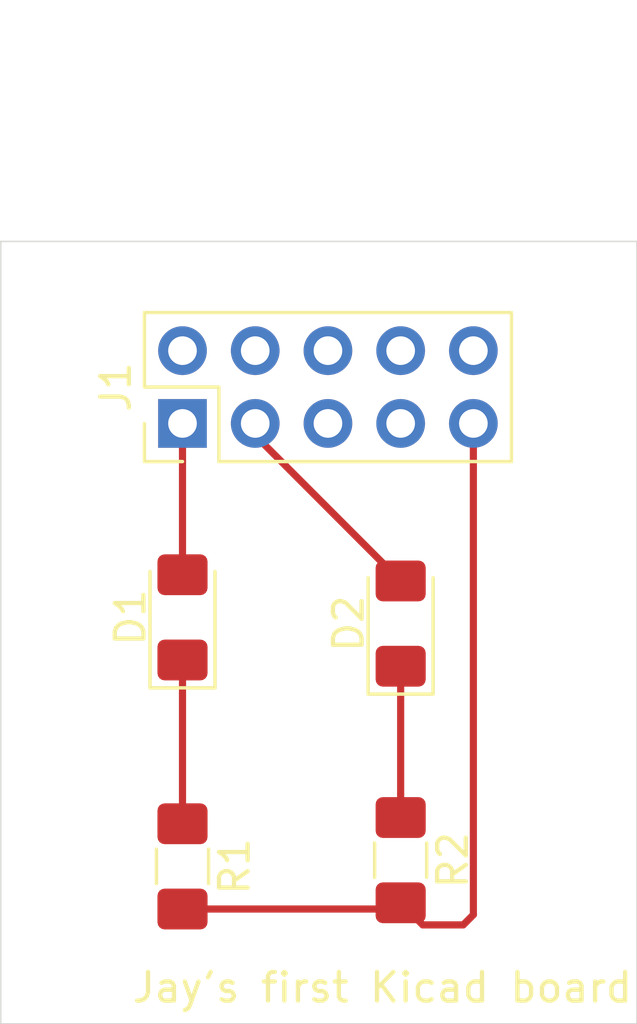
<source format=kicad_pcb>
(kicad_pcb (version 20171130) (host pcbnew "(5.1.2)-1")

  (general
    (thickness 1.6)
    (drawings 6)
    (tracks 12)
    (zones 0)
    (modules 5)
    (nets 13)
  )

  (page A4)
  (layers
    (0 F.Cu signal)
    (31 B.Cu signal)
    (32 B.Adhes user)
    (33 F.Adhes user)
    (34 B.Paste user)
    (35 F.Paste user)
    (36 B.SilkS user)
    (37 F.SilkS user)
    (38 B.Mask user)
    (39 F.Mask user)
    (40 Dwgs.User user)
    (41 Cmts.User user)
    (42 Eco1.User user)
    (43 Eco2.User user)
    (44 Edge.Cuts user)
    (45 Margin user)
    (46 B.CrtYd user)
    (47 F.CrtYd user)
    (48 B.Fab user)
    (49 F.Fab user)
  )

  (setup
    (last_trace_width 0.25)
    (trace_clearance 0.2)
    (zone_clearance 0.508)
    (zone_45_only no)
    (trace_min 0.2)
    (via_size 0.8)
    (via_drill 0.4)
    (via_min_size 0.4)
    (via_min_drill 0.3)
    (uvia_size 0.3)
    (uvia_drill 0.1)
    (uvias_allowed no)
    (uvia_min_size 0.2)
    (uvia_min_drill 0.1)
    (edge_width 0.05)
    (segment_width 0.2)
    (pcb_text_width 0.3)
    (pcb_text_size 1.5 1.5)
    (mod_edge_width 0.12)
    (mod_text_size 1 1)
    (mod_text_width 0.15)
    (pad_size 1.524 1.524)
    (pad_drill 0.762)
    (pad_to_mask_clearance 0.051)
    (solder_mask_min_width 0.25)
    (aux_axis_origin 0 0)
    (visible_elements 7FFFFFFF)
    (pcbplotparams
      (layerselection 0x010fc_ffffffff)
      (usegerberextensions false)
      (usegerberattributes false)
      (usegerberadvancedattributes false)
      (creategerberjobfile false)
      (excludeedgelayer true)
      (linewidth 0.100000)
      (plotframeref false)
      (viasonmask false)
      (mode 1)
      (useauxorigin false)
      (hpglpennumber 1)
      (hpglpenspeed 20)
      (hpglpendiameter 15.000000)
      (psnegative false)
      (psa4output false)
      (plotreference true)
      (plotvalue true)
      (plotinvisibletext false)
      (padsonsilk false)
      (subtractmaskfromsilk false)
      (outputformat 1)
      (mirror false)
      (drillshape 1)
      (scaleselection 1)
      (outputdirectory ""))
  )

  (net 0 "")
  (net 1 "Net-(D1-Pad1)")
  (net 2 "Net-(D1-Pad2)")
  (net 3 "Net-(D2-Pad2)")
  (net 4 "Net-(D2-Pad1)")
  (net 5 "Net-(J1-Pad2)")
  (net 6 "Net-(J1-Pad4)")
  (net 7 "Net-(J1-Pad5)")
  (net 8 "Net-(J1-Pad6)")
  (net 9 "Net-(J1-Pad7)")
  (net 10 "Net-(J1-Pad8)")
  (net 11 "Net-(J1-Pad9)")
  (net 12 "Net-(J1-Pad10)")

  (net_class Default "This is the default net class."
    (clearance 0.2)
    (trace_width 0.25)
    (via_dia 0.8)
    (via_drill 0.4)
    (uvia_dia 0.3)
    (uvia_drill 0.1)
    (add_net "Net-(D1-Pad1)")
    (add_net "Net-(D1-Pad2)")
    (add_net "Net-(D2-Pad1)")
    (add_net "Net-(D2-Pad2)")
    (add_net "Net-(J1-Pad10)")
    (add_net "Net-(J1-Pad2)")
    (add_net "Net-(J1-Pad4)")
    (add_net "Net-(J1-Pad5)")
    (add_net "Net-(J1-Pad6)")
    (add_net "Net-(J1-Pad7)")
    (add_net "Net-(J1-Pad8)")
    (add_net "Net-(J1-Pad9)")
  )

  (module LED_SMD:LED_1206_3216Metric_Pad1.42x1.75mm_HandSolder (layer F.Cu) (tedit 5B4B45C9) (tstamp 5CF633AB)
    (at 76.2 174.4075 90)
    (descr "LED SMD 1206 (3216 Metric), square (rectangular) end terminal, IPC_7351 nominal, (Body size source: http://www.tortai-tech.com/upload/download/2011102023233369053.pdf), generated with kicad-footprint-generator")
    (tags "LED handsolder")
    (path /5CF5D7C0)
    (attr smd)
    (fp_text reference D1 (at 0 -1.82 90) (layer F.SilkS)
      (effects (font (size 1 1) (thickness 0.15)))
    )
    (fp_text value LED (at 0 1.82 90) (layer F.Fab)
      (effects (font (size 1 1) (thickness 0.15)))
    )
    (fp_line (start 1.6 -0.8) (end -1.2 -0.8) (layer F.Fab) (width 0.1))
    (fp_line (start -1.2 -0.8) (end -1.6 -0.4) (layer F.Fab) (width 0.1))
    (fp_line (start -1.6 -0.4) (end -1.6 0.8) (layer F.Fab) (width 0.1))
    (fp_line (start -1.6 0.8) (end 1.6 0.8) (layer F.Fab) (width 0.1))
    (fp_line (start 1.6 0.8) (end 1.6 -0.8) (layer F.Fab) (width 0.1))
    (fp_line (start 1.6 -1.135) (end -2.46 -1.135) (layer F.SilkS) (width 0.12))
    (fp_line (start -2.46 -1.135) (end -2.46 1.135) (layer F.SilkS) (width 0.12))
    (fp_line (start -2.46 1.135) (end 1.6 1.135) (layer F.SilkS) (width 0.12))
    (fp_line (start -2.45 1.12) (end -2.45 -1.12) (layer F.CrtYd) (width 0.05))
    (fp_line (start -2.45 -1.12) (end 2.45 -1.12) (layer F.CrtYd) (width 0.05))
    (fp_line (start 2.45 -1.12) (end 2.45 1.12) (layer F.CrtYd) (width 0.05))
    (fp_line (start 2.45 1.12) (end -2.45 1.12) (layer F.CrtYd) (width 0.05))
    (fp_text user %R (at 0 0 90) (layer F.Fab)
      (effects (font (size 0.8 0.8) (thickness 0.12)))
    )
    (pad 1 smd roundrect (at -1.4875 0 90) (size 1.425 1.75) (layers F.Cu F.Paste F.Mask) (roundrect_rratio 0.175439)
      (net 1 "Net-(D1-Pad1)"))
    (pad 2 smd roundrect (at 1.4875 0 90) (size 1.425 1.75) (layers F.Cu F.Paste F.Mask) (roundrect_rratio 0.175439)
      (net 2 "Net-(D1-Pad2)"))
    (model ${KISYS3DMOD}/LED_SMD.3dshapes/LED_1206_3216Metric.wrl
      (at (xyz 0 0 0))
      (scale (xyz 1 1 1))
      (rotate (xyz 0 0 0))
    )
  )

  (module LED_SMD:LED_1206_3216Metric_Pad1.42x1.75mm_HandSolder (layer F.Cu) (tedit 5B4B45C9) (tstamp 5CF63813)
    (at 83.82 174.625 90)
    (descr "LED SMD 1206 (3216 Metric), square (rectangular) end terminal, IPC_7351 nominal, (Body size source: http://www.tortai-tech.com/upload/download/2011102023233369053.pdf), generated with kicad-footprint-generator")
    (tags "LED handsolder")
    (path /5CF5E9F9)
    (attr smd)
    (fp_text reference D2 (at 0 -1.82 90) (layer F.SilkS)
      (effects (font (size 1 1) (thickness 0.15)))
    )
    (fp_text value LED (at 0 1.82 90) (layer F.Fab)
      (effects (font (size 1 1) (thickness 0.15)))
    )
    (fp_text user %R (at 0 0 90) (layer F.Fab)
      (effects (font (size 0.8 0.8) (thickness 0.12)))
    )
    (fp_line (start 2.45 1.12) (end -2.45 1.12) (layer F.CrtYd) (width 0.05))
    (fp_line (start 2.45 -1.12) (end 2.45 1.12) (layer F.CrtYd) (width 0.05))
    (fp_line (start -2.45 -1.12) (end 2.45 -1.12) (layer F.CrtYd) (width 0.05))
    (fp_line (start -2.45 1.12) (end -2.45 -1.12) (layer F.CrtYd) (width 0.05))
    (fp_line (start -2.46 1.135) (end 1.6 1.135) (layer F.SilkS) (width 0.12))
    (fp_line (start -2.46 -1.135) (end -2.46 1.135) (layer F.SilkS) (width 0.12))
    (fp_line (start 1.6 -1.135) (end -2.46 -1.135) (layer F.SilkS) (width 0.12))
    (fp_line (start 1.6 0.8) (end 1.6 -0.8) (layer F.Fab) (width 0.1))
    (fp_line (start -1.6 0.8) (end 1.6 0.8) (layer F.Fab) (width 0.1))
    (fp_line (start -1.6 -0.4) (end -1.6 0.8) (layer F.Fab) (width 0.1))
    (fp_line (start -1.2 -0.8) (end -1.6 -0.4) (layer F.Fab) (width 0.1))
    (fp_line (start 1.6 -0.8) (end -1.2 -0.8) (layer F.Fab) (width 0.1))
    (pad 2 smd roundrect (at 1.4875 0 90) (size 1.425 1.75) (layers F.Cu F.Paste F.Mask) (roundrect_rratio 0.175439)
      (net 3 "Net-(D2-Pad2)"))
    (pad 1 smd roundrect (at -1.4875 0 90) (size 1.425 1.75) (layers F.Cu F.Paste F.Mask) (roundrect_rratio 0.175439)
      (net 4 "Net-(D2-Pad1)"))
    (model ${KISYS3DMOD}/LED_SMD.3dshapes/LED_1206_3216Metric.wrl
      (at (xyz 0 0 0))
      (scale (xyz 1 1 1))
      (rotate (xyz 0 0 0))
    )
  )

  (module Connector_PinHeader_2.54mm:PinHeader_2x05_P2.54mm_Vertical (layer F.Cu) (tedit 59FED5CC) (tstamp 5CF633DE)
    (at 76.2 167.64 90)
    (descr "Through hole straight pin header, 2x05, 2.54mm pitch, double rows")
    (tags "Through hole pin header THT 2x05 2.54mm double row")
    (path /5CF62881)
    (fp_text reference J1 (at 1.27 -2.33 90) (layer F.SilkS)
      (effects (font (size 1 1) (thickness 0.15)))
    )
    (fp_text value Conn_02x05_Odd_Even_MountingPin (at 1.27 12.49 90) (layer F.Fab)
      (effects (font (size 1 1) (thickness 0.15)))
    )
    (fp_line (start 0 -1.27) (end 3.81 -1.27) (layer F.Fab) (width 0.1))
    (fp_line (start 3.81 -1.27) (end 3.81 11.43) (layer F.Fab) (width 0.1))
    (fp_line (start 3.81 11.43) (end -1.27 11.43) (layer F.Fab) (width 0.1))
    (fp_line (start -1.27 11.43) (end -1.27 0) (layer F.Fab) (width 0.1))
    (fp_line (start -1.27 0) (end 0 -1.27) (layer F.Fab) (width 0.1))
    (fp_line (start -1.33 11.49) (end 3.87 11.49) (layer F.SilkS) (width 0.12))
    (fp_line (start -1.33 1.27) (end -1.33 11.49) (layer F.SilkS) (width 0.12))
    (fp_line (start 3.87 -1.33) (end 3.87 11.49) (layer F.SilkS) (width 0.12))
    (fp_line (start -1.33 1.27) (end 1.27 1.27) (layer F.SilkS) (width 0.12))
    (fp_line (start 1.27 1.27) (end 1.27 -1.33) (layer F.SilkS) (width 0.12))
    (fp_line (start 1.27 -1.33) (end 3.87 -1.33) (layer F.SilkS) (width 0.12))
    (fp_line (start -1.33 0) (end -1.33 -1.33) (layer F.SilkS) (width 0.12))
    (fp_line (start -1.33 -1.33) (end 0 -1.33) (layer F.SilkS) (width 0.12))
    (fp_line (start -1.8 -1.8) (end -1.8 11.95) (layer F.CrtYd) (width 0.05))
    (fp_line (start -1.8 11.95) (end 4.35 11.95) (layer F.CrtYd) (width 0.05))
    (fp_line (start 4.35 11.95) (end 4.35 -1.8) (layer F.CrtYd) (width 0.05))
    (fp_line (start 4.35 -1.8) (end -1.8 -1.8) (layer F.CrtYd) (width 0.05))
    (fp_text user %R (at 1.27 5.08) (layer F.Fab)
      (effects (font (size 1 1) (thickness 0.15)))
    )
    (pad 1 thru_hole rect (at 0 0 90) (size 1.7 1.7) (drill 1) (layers *.Cu *.Mask)
      (net 2 "Net-(D1-Pad2)"))
    (pad 2 thru_hole oval (at 2.54 0 90) (size 1.7 1.7) (drill 1) (layers *.Cu *.Mask)
      (net 5 "Net-(J1-Pad2)"))
    (pad 3 thru_hole oval (at 0 2.54 90) (size 1.7 1.7) (drill 1) (layers *.Cu *.Mask)
      (net 3 "Net-(D2-Pad2)"))
    (pad 4 thru_hole oval (at 2.54 2.54 90) (size 1.7 1.7) (drill 1) (layers *.Cu *.Mask)
      (net 6 "Net-(J1-Pad4)"))
    (pad 5 thru_hole oval (at 0 5.08 90) (size 1.7 1.7) (drill 1) (layers *.Cu *.Mask)
      (net 7 "Net-(J1-Pad5)"))
    (pad 6 thru_hole oval (at 2.54 5.08 90) (size 1.7 1.7) (drill 1) (layers *.Cu *.Mask)
      (net 8 "Net-(J1-Pad6)"))
    (pad 7 thru_hole oval (at 0 7.62 90) (size 1.7 1.7) (drill 1) (layers *.Cu *.Mask)
      (net 9 "Net-(J1-Pad7)"))
    (pad 8 thru_hole oval (at 2.54 7.62 90) (size 1.7 1.7) (drill 1) (layers *.Cu *.Mask)
      (net 10 "Net-(J1-Pad8)"))
    (pad 9 thru_hole oval (at 0 10.16 90) (size 1.7 1.7) (drill 1) (layers *.Cu *.Mask)
      (net 11 "Net-(J1-Pad9)"))
    (pad 10 thru_hole oval (at 2.54 10.16 90) (size 1.7 1.7) (drill 1) (layers *.Cu *.Mask)
      (net 12 "Net-(J1-Pad10)"))
    (model ${KISYS3DMOD}/Connector_PinHeader_2.54mm.3dshapes/PinHeader_2x05_P2.54mm_Vertical.wrl
      (at (xyz 0 0 0))
      (scale (xyz 1 1 1))
      (rotate (xyz 0 0 0))
    )
  )

  (module Resistor_SMD:R_1206_3216Metric_Pad1.42x1.75mm_HandSolder (layer F.Cu) (tedit 5B301BBD) (tstamp 5CF633EF)
    (at 76.2 183.0975 270)
    (descr "Resistor SMD 1206 (3216 Metric), square (rectangular) end terminal, IPC_7351 nominal with elongated pad for handsoldering. (Body size source: http://www.tortai-tech.com/upload/download/2011102023233369053.pdf), generated with kicad-footprint-generator")
    (tags "resistor handsolder")
    (path /5CF5EC25)
    (attr smd)
    (fp_text reference R1 (at 0 -1.82 90) (layer F.SilkS)
      (effects (font (size 1 1) (thickness 0.15)))
    )
    (fp_text value 200 (at 0 1.82 90) (layer F.Fab)
      (effects (font (size 1 1) (thickness 0.15)))
    )
    (fp_line (start -1.6 0.8) (end -1.6 -0.8) (layer F.Fab) (width 0.1))
    (fp_line (start -1.6 -0.8) (end 1.6 -0.8) (layer F.Fab) (width 0.1))
    (fp_line (start 1.6 -0.8) (end 1.6 0.8) (layer F.Fab) (width 0.1))
    (fp_line (start 1.6 0.8) (end -1.6 0.8) (layer F.Fab) (width 0.1))
    (fp_line (start -0.602064 -0.91) (end 0.602064 -0.91) (layer F.SilkS) (width 0.12))
    (fp_line (start -0.602064 0.91) (end 0.602064 0.91) (layer F.SilkS) (width 0.12))
    (fp_line (start -2.45 1.12) (end -2.45 -1.12) (layer F.CrtYd) (width 0.05))
    (fp_line (start -2.45 -1.12) (end 2.45 -1.12) (layer F.CrtYd) (width 0.05))
    (fp_line (start 2.45 -1.12) (end 2.45 1.12) (layer F.CrtYd) (width 0.05))
    (fp_line (start 2.45 1.12) (end -2.45 1.12) (layer F.CrtYd) (width 0.05))
    (fp_text user %R (at 0 0 90) (layer F.Fab)
      (effects (font (size 0.8 0.8) (thickness 0.12)))
    )
    (pad 1 smd roundrect (at -1.4875 0 270) (size 1.425 1.75) (layers F.Cu F.Paste F.Mask) (roundrect_rratio 0.175439)
      (net 1 "Net-(D1-Pad1)"))
    (pad 2 smd roundrect (at 1.4875 0 270) (size 1.425 1.75) (layers F.Cu F.Paste F.Mask) (roundrect_rratio 0.175439)
      (net 11 "Net-(J1-Pad9)"))
    (model ${KISYS3DMOD}/Resistor_SMD.3dshapes/R_1206_3216Metric.wrl
      (at (xyz 0 0 0))
      (scale (xyz 1 1 1))
      (rotate (xyz 0 0 0))
    )
  )

  (module Resistor_SMD:R_1206_3216Metric_Pad1.42x1.75mm_HandSolder (layer F.Cu) (tedit 5B301BBD) (tstamp 5CF63905)
    (at 83.82 182.88 270)
    (descr "Resistor SMD 1206 (3216 Metric), square (rectangular) end terminal, IPC_7351 nominal with elongated pad for handsoldering. (Body size source: http://www.tortai-tech.com/upload/download/2011102023233369053.pdf), generated with kicad-footprint-generator")
    (tags "resistor handsolder")
    (path /5CF5F35E)
    (attr smd)
    (fp_text reference R2 (at 0 -1.82 90) (layer F.SilkS)
      (effects (font (size 1 1) (thickness 0.15)))
    )
    (fp_text value 200 (at 0 1.82 90) (layer F.Fab)
      (effects (font (size 1 1) (thickness 0.15)))
    )
    (fp_text user %R (at 0 0 90) (layer F.Fab)
      (effects (font (size 0.8 0.8) (thickness 0.12)))
    )
    (fp_line (start 2.45 1.12) (end -2.45 1.12) (layer F.CrtYd) (width 0.05))
    (fp_line (start 2.45 -1.12) (end 2.45 1.12) (layer F.CrtYd) (width 0.05))
    (fp_line (start -2.45 -1.12) (end 2.45 -1.12) (layer F.CrtYd) (width 0.05))
    (fp_line (start -2.45 1.12) (end -2.45 -1.12) (layer F.CrtYd) (width 0.05))
    (fp_line (start -0.602064 0.91) (end 0.602064 0.91) (layer F.SilkS) (width 0.12))
    (fp_line (start -0.602064 -0.91) (end 0.602064 -0.91) (layer F.SilkS) (width 0.12))
    (fp_line (start 1.6 0.8) (end -1.6 0.8) (layer F.Fab) (width 0.1))
    (fp_line (start 1.6 -0.8) (end 1.6 0.8) (layer F.Fab) (width 0.1))
    (fp_line (start -1.6 -0.8) (end 1.6 -0.8) (layer F.Fab) (width 0.1))
    (fp_line (start -1.6 0.8) (end -1.6 -0.8) (layer F.Fab) (width 0.1))
    (pad 2 smd roundrect (at 1.4875 0 270) (size 1.425 1.75) (layers F.Cu F.Paste F.Mask) (roundrect_rratio 0.175439)
      (net 11 "Net-(J1-Pad9)"))
    (pad 1 smd roundrect (at -1.4875 0 270) (size 1.425 1.75) (layers F.Cu F.Paste F.Mask) (roundrect_rratio 0.175439)
      (net 4 "Net-(D2-Pad1)"))
    (model ${KISYS3DMOD}/Resistor_SMD.3dshapes/R_1206_3216Metric.wrl
      (at (xyz 0 0 0))
      (scale (xyz 1 1 1))
      (rotate (xyz 0 0 0))
    )
  )

  (gr_line (start 92.075 188.595) (end 92.075 187.96) (layer Edge.Cuts) (width 0.05) (tstamp 5CF63BF4))
  (gr_line (start 69.85 188.595) (end 92.075 188.595) (layer Edge.Cuts) (width 0.05))
  (gr_line (start 69.85 161.29) (end 69.85 188.595) (layer Edge.Cuts) (width 0.05))
  (gr_line (start 92.075 161.29) (end 69.85 161.29) (layer Edge.Cuts) (width 0.05))
  (gr_line (start 92.075 187.96) (end 92.075 161.29) (layer Edge.Cuts) (width 0.05))
  (gr_text "Jay's first Kicad board" (at 83.185 187.325) (layer F.SilkS)
    (effects (font (size 1 1) (thickness 0.15)))
  )

  (segment (start 76.2 181.61) (end 76.2 175.895) (width 0.25) (layer F.Cu) (net 1))
  (segment (start 76.2 172.92) (end 76.2 167.64) (width 0.25) (layer F.Cu) (net 2))
  (segment (start 78.74 168.0575) (end 78.74 167.64) (width 0.25) (layer F.Cu) (net 3))
  (segment (start 83.82 173.1375) (end 78.74 168.0575) (width 0.25) (layer F.Cu) (net 3))
  (segment (start 83.82 180.58) (end 83.82 176.1125) (width 0.25) (layer F.Cu) (net 4))
  (segment (start 83.82 181.3925) (end 83.82 180.58) (width 0.25) (layer F.Cu) (net 4))
  (segment (start 83.6025 184.585) (end 83.82 184.3675) (width 0.25) (layer F.Cu) (net 11))
  (segment (start 76.2 184.585) (end 83.6025 184.585) (width 0.25) (layer F.Cu) (net 11))
  (segment (start 83.82 184.3675) (end 84.591347 185.138847) (width 0.25) (layer F.Cu) (net 11))
  (segment (start 84.591347 185.138847) (end 86.006153 185.138847) (width 0.25) (layer F.Cu) (net 11))
  (segment (start 86.36 184.785) (end 86.36 167.64) (width 0.25) (layer F.Cu) (net 11))
  (segment (start 86.006153 185.138847) (end 86.36 184.785) (width 0.25) (layer F.Cu) (net 11))

)

</source>
